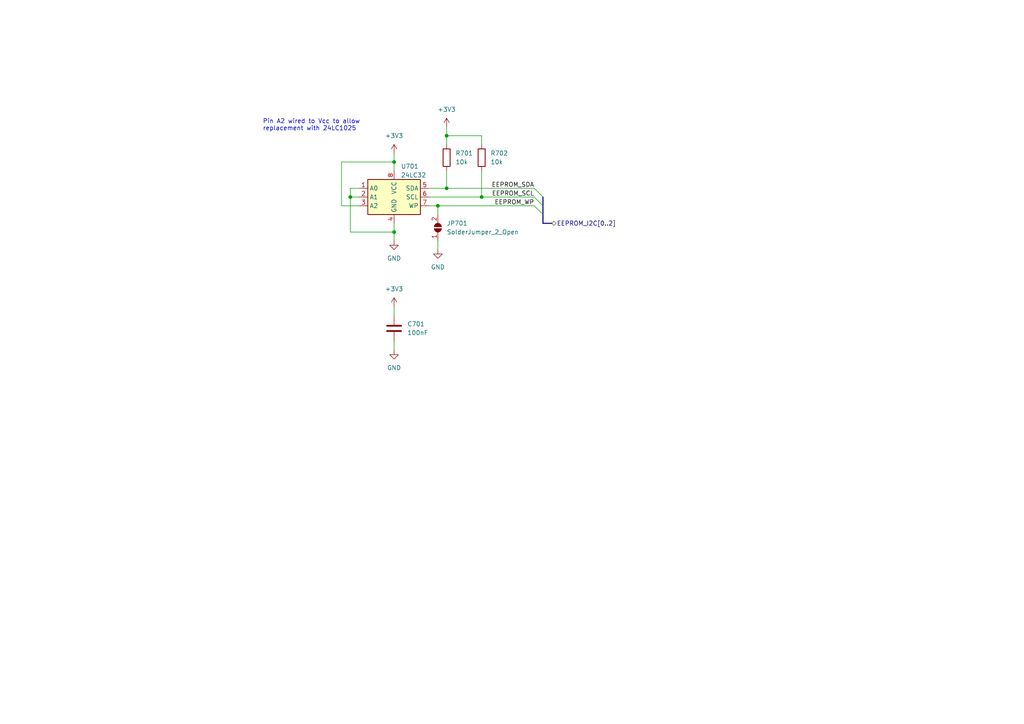
<source format=kicad_sch>
(kicad_sch (version 20230121) (generator eeschema)
  (paper "A4")
  (lib_symbols
    (symbol "Device:C" (pin_numbers hide) (pin_names (offset 0.254))
      (property "Reference" "C" (at 0.635 2.54 0))
      (property "Value" "C" (at 0.635 -2.54 0))
      (symbol "C_0_1"
        (polyline (pts (xy -2.032 -0.762) (xy 2.032 -0.762)) (stroke (width 0.508)))
        (polyline (pts (xy -2.032 0.762) (xy 2.032 0.762)) (stroke (width 0.508)))
      )
      (symbol "C_1_1"
        (pin passive line (at 0 3.81 270) (length 2.794) (name "~") (number "1"))
        (pin passive line (at 0 -3.81 90) (length 2.794) (name "~") (number "2"))
      )
    )
    (symbol "Device:R" (pin_numbers hide) (pin_names (offset 0))
      (property "Reference" "R" (at 2.032 0 90))
      (property "Value" "R" (at 0 0 90))
      (symbol "R_0_1"
        (rectangle (start -1.016 -2.54) (end 1.016 2.54) (stroke (width 0.254)))
      )
      (symbol "R_1_1"
        (pin passive line (at 0 3.81 270) (length 1.27) (name "~") (number "1"))
        (pin passive line (at 0 -3.81 90) (length 1.27) (name "~") (number "2"))
      )
    )
    (symbol "Jumper:SolderJumper_2_Open" (pin_names (offset 0) hide)
      (property "Reference" "JP" (at 0 2.032 0))
      (property "Value" "SolderJumper_2_Open" (at 0 -2.54 0))
      (symbol "SolderJumper_2_Open_0_1"
        (arc (start -0.254 1.016) (mid -1.2656 0) (end -0.254 -1.016))
        (arc (start -0.254 1.016) (mid -1.2656 0) (end -0.254 -1.016) (fill (type outline)))
        (polyline (pts (xy -0.254 1.016) (xy -0.254 -1.016)))
        (polyline (pts (xy 0.254 1.016) (xy 0.254 -1.016)))
        (arc (start 0.254 -1.016) (mid 1.2656 0) (end 0.254 1.016))
        (arc (start 0.254 -1.016) (mid 1.2656 0) (end 0.254 1.016) (fill (type outline)))
      )
      (symbol "SolderJumper_2_Open_1_1"
        (pin passive line (at -3.81 0 0) (length 2.54) (name "A") (number "1"))
        (pin passive line (at 3.81 0 180) (length 2.54) (name "B") (number "2"))
      )
    )
    (symbol "Memory_EEPROM:24LC32"
      (property "Reference" "U" (at -6.35 6.35 0))
      (property "Value" "24LC32" (at 1.27 6.35 0))
      (symbol "24LC32_1_1"
        (rectangle (start -7.62 5.08) (end 7.62 -5.08) (stroke (width 0.254)) (fill (type background)))
        (pin input line (at -10.16 2.54 0) (length 2.54) (name "A0") (number "1"))
        (pin input line (at -10.16 0 0) (length 2.54) (name "A1") (number "2"))
        (pin input line (at -10.16 -2.54 0) (length 2.54) (name "A2") (number "3"))
        (pin power_in line (at 0 -7.62 90) (length 2.54) (name "GND") (number "4"))
        (pin bidirectional line (at 10.16 2.54 180) (length 2.54) (name "SDA") (number "5"))
        (pin input line (at 10.16 0 180) (length 2.54) (name "SCL") (number "6"))
        (pin input line (at 10.16 -2.54 180) (length 2.54) (name "WP") (number "7"))
        (pin power_in line (at 0 7.62 270) (length 2.54) (name "VCC") (number "8"))
      )
    )
    (symbol "power:+3.3V" (power) (pin_names (offset 0))
      (property "Value" "+3.3V" (at 0 3.556 0))
      (symbol "+3.3V_0_1"
        (polyline (pts (xy -0.762 1.27) (xy 0 2.54)))
        (polyline (pts (xy 0 0) (xy 0 2.54)))
        (polyline (pts (xy 0 2.54) (xy 0.762 1.27)))
      )
      (symbol "+3.3V_1_1"
        (pin power_in line (at 0 0 90) (length 0) hide (name "+3V3") (number "1"))
      )
    )
    (symbol "power:GND" (power) (pin_names (offset 0))
      (property "Value" "GND" (at 0 -3.81 0))
      (symbol "GND_0_1"
        (polyline (pts (xy 0 0) (xy 0 -1.27) (xy 1.27 -1.27) (xy 0 -2.54) (xy -1.27 -1.27) (xy 0 -1.27)))
      )
      (symbol "GND_1_1"
        (pin power_in line (at 0 0 270) (length 0) hide (name "GND") (number "1"))
      )
    )
  )
  (junction (at 129.54 54.61))
  (junction (at 139.7 57.15))
  (junction (at 127 59.69))
  (junction (at 101.6 57.15))
  (junction (at 114.3 46.99))
  (junction (at 129.54 39.37))
  (junction (at 114.3 67.31))
  (bus_entry (at 154.94 54.61) (size 2.54 2.54))
  (bus_entry (at 154.94 57.15) (size 2.54 2.54))
  (bus_entry (at 154.94 59.69) (size 2.54 2.54))
  (wire (pts (xy 139.7 41.91) (xy 139.7 39.37)))
  (wire (pts (xy 124.46 57.15) (xy 139.7 57.15)))
  (wire (pts (xy 104.14 54.61) (xy 101.6 54.61)))
  (bus (pts (xy 157.48 64.77) (xy 160.02 64.77)))
  (wire (pts (xy 129.54 54.61) (xy 129.54 49.53)))
  (wire (pts (xy 114.3 88.9) (xy 114.3 91.44)))
  (wire (pts (xy 99.06 46.99) (xy 114.3 46.99)))
  (wire (pts (xy 124.46 54.61) (xy 129.54 54.61)))
  (bus (pts (xy 157.48 59.69) (xy 157.48 62.23)))
  (wire (pts (xy 139.7 57.15) (xy 139.7 49.53)))
  (wire (pts (xy 114.3 67.31) (xy 114.3 69.85)))
  (wire (pts (xy 114.3 99.06) (xy 114.3 101.6)))
  (bus (pts (xy 157.48 57.15) (xy 157.48 59.69)))
  (wire (pts (xy 127 69.85) (xy 127 72.39)))
  (wire (pts (xy 124.46 59.69) (xy 127 59.69)))
  (wire (pts (xy 139.7 57.15) (xy 154.94 57.15)))
  (wire (pts (xy 129.54 39.37) (xy 129.54 41.91)))
  (wire (pts (xy 101.6 54.61) (xy 101.6 57.15)))
  (wire (pts (xy 99.06 59.69) (xy 104.14 59.69)))
  (wire (pts (xy 101.6 57.15) (xy 104.14 57.15)))
  (wire (pts (xy 99.06 59.69) (xy 99.06 46.99)))
  (wire (pts (xy 127 59.69) (xy 154.94 59.69)))
  (wire (pts (xy 129.54 36.83) (xy 129.54 39.37)))
  (bus (pts (xy 157.48 62.23) (xy 157.48 64.77)))
  (wire (pts (xy 127 62.23) (xy 127 59.69)))
  (wire (pts (xy 139.7 39.37) (xy 129.54 39.37)))
  (wire (pts (xy 129.54 54.61) (xy 154.94 54.61)))
  (wire (pts (xy 114.3 44.45) (xy 114.3 46.99)))
  (wire (pts (xy 101.6 57.15) (xy 101.6 67.31)))
  (wire (pts (xy 114.3 46.99) (xy 114.3 49.53)))
  (wire (pts (xy 101.6 67.31) (xy 114.3 67.31)))
  (wire (pts (xy 114.3 64.77) (xy 114.3 67.31)))
  (text "Pin A2 wired to Vcc to allow\nreplacement with 24LC1025" (at 76.2 38.1 0) (effects (font (size 1.27 1.27)) (justify left bottom)))
  (label "EEPROM_WP" (at 154.94 59.69 180))
  (label "EEPROM_SDA" (at 154.94 54.61 180))
  (label "EEPROM_SCL" (at 154.94 57.15 180))
  (hierarchical_label "EEPROM_I2C[0..2]" (shape bidirectional) (at 160.02 64.77 0))
  (symbol (lib_id "power:+3.3V") (at 114.3 44.45 0) (unit 1)
    (property "Reference" "#PWR0702" (effects hide))
    (property "Value" "+3.3V" (at 114.3 39.37 0))
    (instances (project "Sensor_Board" (path "" (reference "#PWR0702") (unit 1))) (project "FT22_VCU_Konzept" (path "" (reference "#PWR0136") (unit 1))))
  )
  (symbol (lib_id "power:GND") (at 114.3 69.85 0) (unit 1)
    (property "Reference" "#PWR0703" (effects hide))
    (property "Value" "GND" (at 114.3 74.93 0))
    (instances (project "Sensor_Board" (path "" (reference "#PWR0703") (unit 1))) (project "FT22_VCU_Konzept" (path "" (reference "#PWR0137") (unit 1))))
  )
  (symbol (lib_id "Device:R") (at 129.54 45.72 0) (unit 1)
    (property "Reference" "R701" (at 132.08 44.4499 0) (effects (justify left)))
    (property "Value" "10k" (at 132.08 46.9899 0) (effects (justify left)))
    (property "Footprint" "Resistor_SMD:R_0603_1608Metric" (effects hide))
    (instances (project "Sensor_Board" (path "" (reference "R701") (unit 1))) (project "FT22_VCU_Konzept" (path "" (reference "R48") (unit 1))))
  )
  (symbol (lib_id "Jumper:SolderJumper_2_Open") (at 127 66.04 90) (unit 1)
    (property "Reference" "JP701" (at 129.54 64.7699 90) (effects (justify right)))
    (property "Value" "SolderJumper_2_Open" (at 129.54 67.3099 90) (effects (justify right)))
    (property "Footprint" "Jumper:SolderJumper-2_P1.3mm_Open_Pad1.0x1.5mm" (effects hide))
    (instances (project "Sensor_Board" (path "" (reference "JP701") (unit 1))) (project "FT22_VCU_Konzept" (path "" (reference "JP3") (unit 1))))
  )
  (symbol (lib_id "Device:C") (at 114.3 95.25 0) (unit 1)
    (property "Reference" "C701" (at 118.11 93.9799 0) (effects (justify left)))
    (property "Value" "100nF" (at 118.11 96.5199 0) (effects (justify left)))
    (property "Footprint" "Capacitor_SMD:C_0603_1608Metric" (effects hide))
    (instances (project "Sensor_Board" (path "" (reference "C701") (unit 1))) (project "FT22_VCU_Konzept" (path "" (reference "C60") (unit 1))))
  )
  (symbol (lib_id "power:GND") (at 114.3 101.6 0) (unit 1)
    (property "Reference" "#PWR0706" (effects hide))
    (property "Value" "GND" (at 114.3 106.68 0))
    (instances (project "Sensor_Board" (path "" (reference "#PWR0706") (unit 1))) (project "FT22_VCU_Konzept" (path "" (reference "#PWR0140") (unit 1))))
  )
  (symbol (lib_id "power:+3.3V") (at 129.54 36.83 0) (unit 1)
    (property "Reference" "#PWR0701" (effects hide))
    (property "Value" "+3.3V" (at 129.54 31.75 0))
    (instances (project "Sensor_Board" (path "" (reference "#PWR0701") (unit 1))) (project "FT22_VCU_Konzept" (path "" (reference "#PWR0135") (unit 1))))
  )
  (symbol (lib_id "Device:R") (at 139.7 45.72 0) (unit 1)
    (property "Reference" "R702" (at 142.24 44.4499 0) (effects (justify left)))
    (property "Value" "10k" (at 142.24 46.9899 0) (effects (justify left)))
    (property "Footprint" "Resistor_SMD:R_0603_1608Metric" (effects hide))
    (instances (project "Sensor_Board" (path "" (reference "R702") (unit 1))) (project "FT22_VCU_Konzept" (path "" (reference "R49") (unit 1))))
  )
  (symbol (lib_id "Memory_EEPROM:24LC32") (at 114.3 57.15 0) (unit 1)
    (property "Reference" "U701" (at 116.2559 48.26 0) (effects (justify left)))
    (property "Value" "24LC32" (at 116.2559 50.8 0) (effects (justify left)))
    (property "Footprint" "Package_SO:SOIC-8_3.9x4.9mm_P1.27mm" (effects hide))
    (property "Datasheet" "http://ww1.microchip.com/downloads/en/DeviceDoc/21072G.pdf" (effects hide))
    (instances (project "Sensor_Board" (path "" (reference "U701") (unit 1))) (project "FT22_VCU_Konzept" (path "" (reference "U16") (unit 1))))
  )
  (symbol (lib_id "power:+3.3V") (at 114.3 88.9 0) (unit 1)
    (property "Reference" "#PWR0705" (effects hide))
    (property "Value" "+3.3V" (at 114.3 83.82 0))
    (instances (project "Sensor_Board" (path "" (reference "#PWR0705") (unit 1))) (project "FT22_VCU_Konzept" (path "" (reference "#PWR0139") (unit 1))))
  )
  (symbol (lib_id "power:GND") (at 127 72.39 0) (unit 1)
    (property "Reference" "#PWR0704" (effects hide))
    (property "Value" "GND" (at 127 77.47 0))
    (instances (project "Sensor_Board" (path "" (reference "#PWR0704") (unit 1))) (project "FT22_VCU_Konzept" (path "" (reference "#PWR0138") (unit 1))))
  )
)
</source>
